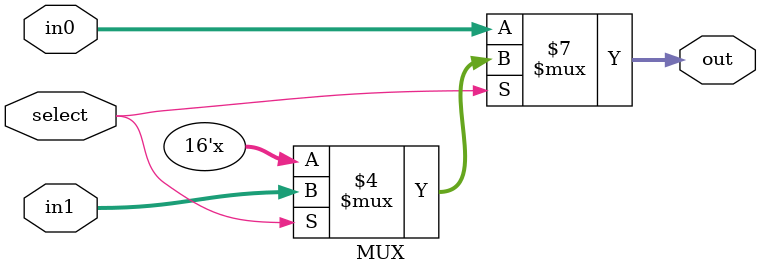
<source format=v>
`timescale 1ns / 1ps
module MUX(input select, input [15:0] in0, input [15:0] in1, output reg [15:0] out
    );

always@(select or in1 or in0)
begin 
	
	if(select == 1'b0)
		out <= in0;
	else if ( select == 1'b1)
		out <= in1;
		
	
end

endmodule

</source>
